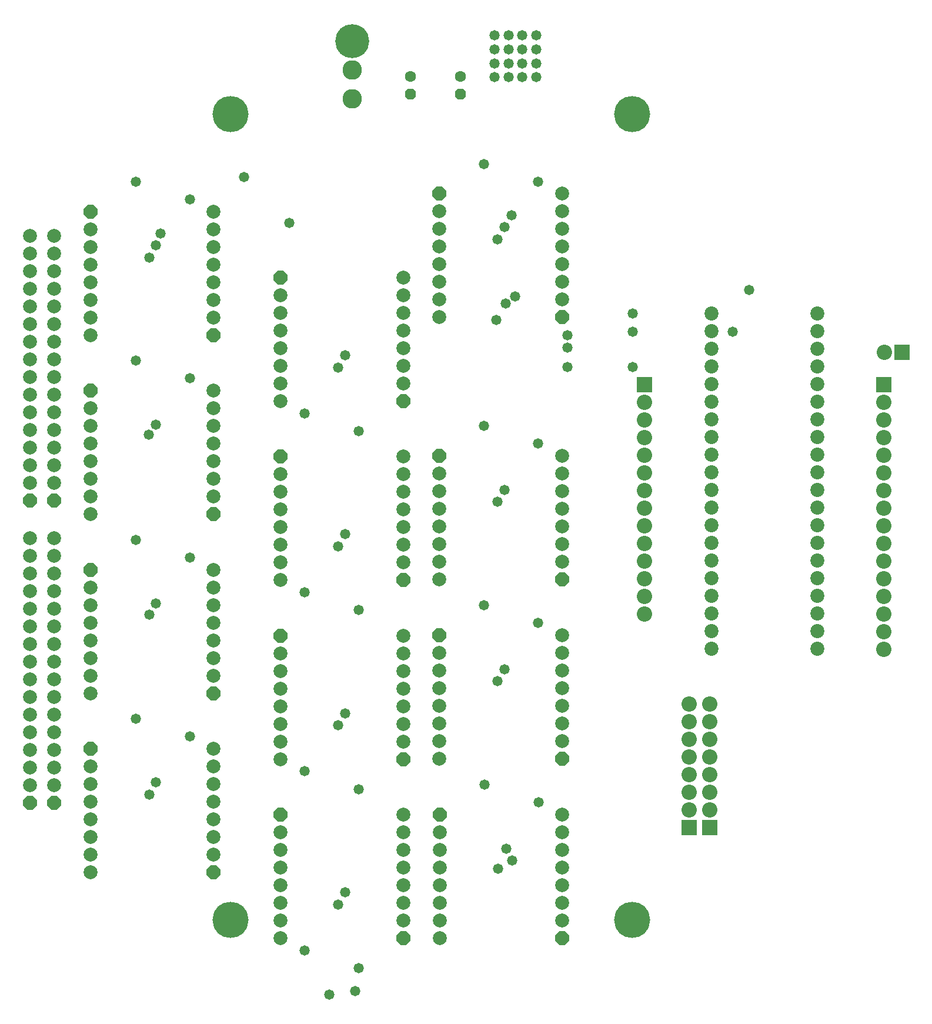
<source format=gbs>
G04 Layer_Color=16711935*
%FSLAX44Y44*%
%MOMM*%
G71*
G01*
G75*
%ADD44C,2.8032*%
%ADD45C,1.6032*%
%ADD46P,1.7353X8X112.5*%
%ADD47C,2.2032*%
%ADD48R,2.2032X2.2032*%
%ADD49C,2.0032*%
%ADD50P,2.1683X8X112.5*%
%ADD51C,2.0232*%
%ADD52R,2.2032X2.2032*%
%ADD53C,4.8832*%
%ADD54C,1.4732*%
%ADD55C,5.2032*%
D44*
X-114250Y643500D02*
D03*
Y602100D02*
D03*
D45*
X-30450Y634100D02*
D03*
X42050D02*
D03*
D46*
X-30450Y609100D02*
D03*
X42050D02*
D03*
D47*
X401000Y-269000D02*
D03*
Y-319800D02*
D03*
Y-396000D02*
D03*
Y-421400D02*
D03*
Y-370600D02*
D03*
Y-345200D02*
D03*
Y-294400D02*
D03*
X370600Y-268950D02*
D03*
Y-319750D02*
D03*
Y-395950D02*
D03*
Y-421350D02*
D03*
Y-370550D02*
D03*
Y-345150D02*
D03*
Y-294350D02*
D03*
X651500Y-88400D02*
D03*
Y-63000D02*
D03*
Y38600D02*
D03*
Y89400D02*
D03*
Y114800D02*
D03*
Y165600D02*
D03*
Y140200D02*
D03*
Y64000D02*
D03*
Y13200D02*
D03*
Y-37600D02*
D03*
Y-12200D02*
D03*
Y-113800D02*
D03*
Y-139200D02*
D03*
Y-164600D02*
D03*
Y-190000D02*
D03*
X652100Y237000D02*
D03*
X306500Y-138950D02*
D03*
Y-113550D02*
D03*
Y-11950D02*
D03*
Y-37350D02*
D03*
Y13450D02*
D03*
Y64250D02*
D03*
Y140450D02*
D03*
Y165850D02*
D03*
Y115050D02*
D03*
Y89650D02*
D03*
Y38850D02*
D03*
Y-62750D02*
D03*
Y-88150D02*
D03*
D48*
X401000Y-446800D02*
D03*
X370600Y-446750D02*
D03*
X651500Y191000D02*
D03*
X306500Y191250D02*
D03*
D49*
X-314000Y-333200D02*
D03*
Y-358600D02*
D03*
Y-409400D02*
D03*
Y-485600D02*
D03*
Y-460200D02*
D03*
Y-434800D02*
D03*
Y-384000D02*
D03*
X-217200Y167200D02*
D03*
Y192600D02*
D03*
Y243400D02*
D03*
Y319600D02*
D03*
Y294200D02*
D03*
Y268800D02*
D03*
Y218000D02*
D03*
X188350Y-427800D02*
D03*
Y-453200D02*
D03*
Y-504000D02*
D03*
Y-580200D02*
D03*
Y-554800D02*
D03*
Y-529400D02*
D03*
Y-478600D02*
D03*
X-490700Y-511000D02*
D03*
Y-485600D02*
D03*
Y-434800D02*
D03*
Y-358600D02*
D03*
Y-384000D02*
D03*
Y-409400D02*
D03*
Y-460200D02*
D03*
X-40500Y345000D02*
D03*
Y319600D02*
D03*
Y268800D02*
D03*
Y192600D02*
D03*
Y218000D02*
D03*
Y243400D02*
D03*
Y294200D02*
D03*
X11650Y-605600D02*
D03*
Y-580200D02*
D03*
Y-529400D02*
D03*
Y-453200D02*
D03*
Y-478600D02*
D03*
Y-504000D02*
D03*
Y-554800D02*
D03*
X-314000Y-75500D02*
D03*
Y-100900D02*
D03*
Y-151700D02*
D03*
Y-227900D02*
D03*
Y-202500D02*
D03*
Y-177100D02*
D03*
Y-126300D02*
D03*
X-217200Y-90500D02*
D03*
Y-65100D02*
D03*
Y-14300D02*
D03*
Y61900D02*
D03*
Y36500D02*
D03*
Y11100D02*
D03*
Y-39700D02*
D03*
X187700Y-170000D02*
D03*
Y-195400D02*
D03*
Y-246200D02*
D03*
Y-322400D02*
D03*
Y-297000D02*
D03*
Y-271600D02*
D03*
Y-220800D02*
D03*
X-490700Y-253300D02*
D03*
Y-227900D02*
D03*
Y-177100D02*
D03*
Y-100900D02*
D03*
Y-126300D02*
D03*
Y-151700D02*
D03*
Y-202500D02*
D03*
X-40500Y87300D02*
D03*
Y61900D02*
D03*
Y11100D02*
D03*
Y-65100D02*
D03*
Y-39700D02*
D03*
Y-14300D02*
D03*
Y36500D02*
D03*
X11000Y-347800D02*
D03*
Y-322400D02*
D03*
Y-271600D02*
D03*
Y-195400D02*
D03*
Y-220800D02*
D03*
Y-246200D02*
D03*
Y-297000D02*
D03*
X-314000Y182200D02*
D03*
Y156800D02*
D03*
Y106000D02*
D03*
Y29800D02*
D03*
Y55200D02*
D03*
Y80600D02*
D03*
Y131400D02*
D03*
X-217200Y-348200D02*
D03*
Y-322800D02*
D03*
Y-272000D02*
D03*
Y-195800D02*
D03*
Y-221200D02*
D03*
Y-246600D02*
D03*
Y-297400D02*
D03*
X187750Y88200D02*
D03*
Y62800D02*
D03*
Y12000D02*
D03*
Y-64200D02*
D03*
Y-38800D02*
D03*
Y-13400D02*
D03*
Y37400D02*
D03*
X-490700Y4400D02*
D03*
Y29800D02*
D03*
Y80600D02*
D03*
Y156800D02*
D03*
Y131400D02*
D03*
Y106000D02*
D03*
Y55200D02*
D03*
X-40500Y-170400D02*
D03*
Y-195800D02*
D03*
Y-246600D02*
D03*
Y-322800D02*
D03*
Y-297400D02*
D03*
Y-272000D02*
D03*
Y-221200D02*
D03*
X11050Y-89600D02*
D03*
Y-64200D02*
D03*
Y-13400D02*
D03*
Y62800D02*
D03*
Y37400D02*
D03*
Y12000D02*
D03*
Y-38800D02*
D03*
X-314000Y439900D02*
D03*
Y414500D02*
D03*
Y363700D02*
D03*
Y287500D02*
D03*
Y312900D02*
D03*
Y338300D02*
D03*
Y389100D02*
D03*
X-217200Y-605900D02*
D03*
Y-580500D02*
D03*
Y-529700D02*
D03*
Y-453500D02*
D03*
Y-478900D02*
D03*
Y-504300D02*
D03*
Y-555100D02*
D03*
X188000Y466100D02*
D03*
Y440700D02*
D03*
Y389900D02*
D03*
Y313700D02*
D03*
Y339100D02*
D03*
Y364500D02*
D03*
Y415300D02*
D03*
X-490700Y262100D02*
D03*
Y287500D02*
D03*
Y338300D02*
D03*
Y414500D02*
D03*
Y389100D02*
D03*
Y363700D02*
D03*
Y312900D02*
D03*
X-40500Y-428100D02*
D03*
Y-453500D02*
D03*
Y-504300D02*
D03*
Y-580500D02*
D03*
Y-555100D02*
D03*
Y-529700D02*
D03*
Y-478900D02*
D03*
X11300Y288300D02*
D03*
Y313700D02*
D03*
Y364500D02*
D03*
Y440700D02*
D03*
Y415300D02*
D03*
Y389900D02*
D03*
Y339100D02*
D03*
X-578500Y-30000D02*
D03*
Y-55400D02*
D03*
Y-80800D02*
D03*
Y-106200D02*
D03*
Y-131600D02*
D03*
Y-157000D02*
D03*
Y-385600D02*
D03*
Y-360200D02*
D03*
Y-334800D02*
D03*
Y-309400D02*
D03*
Y-284000D02*
D03*
Y-258600D02*
D03*
Y-233200D02*
D03*
Y-207800D02*
D03*
Y-182400D02*
D03*
X-543500Y-30000D02*
D03*
Y-55400D02*
D03*
Y-80800D02*
D03*
Y-106200D02*
D03*
Y-131600D02*
D03*
Y-157000D02*
D03*
Y-385600D02*
D03*
Y-360200D02*
D03*
Y-334800D02*
D03*
Y-309400D02*
D03*
Y-284000D02*
D03*
Y-258600D02*
D03*
Y-233200D02*
D03*
Y-207800D02*
D03*
Y-182400D02*
D03*
Y405000D02*
D03*
Y379600D02*
D03*
Y354200D02*
D03*
Y328800D02*
D03*
Y303400D02*
D03*
Y278000D02*
D03*
Y49400D02*
D03*
Y74800D02*
D03*
Y100200D02*
D03*
Y125600D02*
D03*
Y151000D02*
D03*
Y176400D02*
D03*
Y201800D02*
D03*
Y227200D02*
D03*
Y252600D02*
D03*
X-578500Y405000D02*
D03*
Y379600D02*
D03*
Y354200D02*
D03*
Y328800D02*
D03*
Y303400D02*
D03*
Y278000D02*
D03*
Y49400D02*
D03*
Y74800D02*
D03*
Y100200D02*
D03*
Y125600D02*
D03*
Y151000D02*
D03*
Y176400D02*
D03*
Y201800D02*
D03*
Y227200D02*
D03*
Y252600D02*
D03*
D50*
X-314000Y-511000D02*
D03*
X-217200Y345000D02*
D03*
X188350Y-605600D02*
D03*
X-490700Y-333200D02*
D03*
X-40500Y167200D02*
D03*
X11650Y-427800D02*
D03*
X-314000Y-253300D02*
D03*
X-217200Y87300D02*
D03*
X187700Y-347800D02*
D03*
X-490700Y-75500D02*
D03*
X-40500Y-90500D02*
D03*
X11000Y-170000D02*
D03*
X-314000Y4400D02*
D03*
X-217200Y-170400D02*
D03*
X187750Y-89600D02*
D03*
X-490700Y182200D02*
D03*
X-40500Y-348200D02*
D03*
X11050Y88200D02*
D03*
X-314000Y262100D02*
D03*
X-217200Y-428100D02*
D03*
X188000Y288300D02*
D03*
X-490700Y439900D02*
D03*
X-40500Y-605900D02*
D03*
X11300Y466100D02*
D03*
X-578500Y-411000D02*
D03*
X-543500D02*
D03*
Y24000D02*
D03*
X-578500D02*
D03*
D51*
X555250Y-189500D02*
D03*
Y-164100D02*
D03*
Y-138700D02*
D03*
Y-113300D02*
D03*
Y-87900D02*
D03*
Y-62500D02*
D03*
Y-37100D02*
D03*
Y-11700D02*
D03*
Y13700D02*
D03*
Y293100D02*
D03*
Y267700D02*
D03*
Y242300D02*
D03*
Y216900D02*
D03*
Y191500D02*
D03*
Y166100D02*
D03*
Y140700D02*
D03*
Y115300D02*
D03*
Y89900D02*
D03*
Y64500D02*
D03*
Y39100D02*
D03*
X402850Y-189500D02*
D03*
Y-164100D02*
D03*
Y-138700D02*
D03*
Y-113300D02*
D03*
Y-87900D02*
D03*
Y-62500D02*
D03*
Y-37100D02*
D03*
Y-11700D02*
D03*
Y13700D02*
D03*
Y293100D02*
D03*
Y267700D02*
D03*
Y242300D02*
D03*
Y216900D02*
D03*
Y191500D02*
D03*
Y166100D02*
D03*
Y140700D02*
D03*
Y115300D02*
D03*
Y89900D02*
D03*
Y64500D02*
D03*
Y39100D02*
D03*
D52*
X677500Y237000D02*
D03*
D53*
X-114250Y685500D02*
D03*
D54*
X130750Y633500D02*
D03*
X-270000Y490000D02*
D03*
X-406600Y-140000D02*
D03*
X-406710Y118770D02*
D03*
X-406600Y373800D02*
D03*
X-205000Y424000D02*
D03*
X196000Y216000D02*
D03*
Y244000D02*
D03*
X93000Y284000D02*
D03*
X107000Y308000D02*
D03*
X-147000Y-687000D02*
D03*
X-110000Y-682000D02*
D03*
X95640Y-505856D02*
D03*
X-390100Y408300D02*
D03*
X116000Y-494000D02*
D03*
X105150Y39600D02*
D03*
X95150Y22100D02*
D03*
X153660Y105803D02*
D03*
X-396600Y133600D02*
D03*
X-105110Y124097D02*
D03*
X-124600Y233300D02*
D03*
X-406600Y-399300D02*
D03*
X-396600Y-381800D02*
D03*
Y-124100D02*
D03*
Y391300D02*
D03*
X-124600Y-539800D02*
D03*
Y-282100D02*
D03*
X-134600Y-299600D02*
D03*
X-124600Y-24400D02*
D03*
X-134600Y-41900D02*
D03*
Y215800D02*
D03*
X107500Y-477499D02*
D03*
X105100Y-218600D02*
D03*
X95100Y-236100D02*
D03*
X75660Y131303D02*
D03*
X-183110Y-365803D02*
D03*
X-348090Y199803D02*
D03*
X-183110Y-623503D02*
D03*
X-348090Y457503D02*
D03*
X-183110Y-108103D02*
D03*
X-348090Y-57897D02*
D03*
X154260Y-410197D02*
D03*
X-183110Y149597D02*
D03*
X-348090Y-315597D02*
D03*
X153610Y-152397D02*
D03*
X-105110Y-391303D02*
D03*
X-426090Y225303D02*
D03*
X-105110Y-649003D02*
D03*
X-426090Y483003D02*
D03*
X-105110Y-133603D02*
D03*
X-426090Y-32397D02*
D03*
X76260Y-384697D02*
D03*
X-426090Y-290097D02*
D03*
X75610Y-126897D02*
D03*
X95400Y400000D02*
D03*
X457250Y327000D02*
D03*
X90750Y633500D02*
D03*
X110750D02*
D03*
X90750Y653500D02*
D03*
X130750Y673500D02*
D03*
Y693500D02*
D03*
X150750D02*
D03*
Y673500D02*
D03*
X130750Y653500D02*
D03*
X150750Y633500D02*
D03*
Y653500D02*
D03*
X110750D02*
D03*
Y673500D02*
D03*
Y693500D02*
D03*
X90750D02*
D03*
Y673500D02*
D03*
X105400Y417500D02*
D03*
X115400Y435000D02*
D03*
X153400Y483200D02*
D03*
X75900Y508200D02*
D03*
X-134600Y-557300D02*
D03*
X196000Y262000D02*
D03*
X120000Y318000D02*
D03*
X290000Y216000D02*
D03*
Y267000D02*
D03*
Y293000D02*
D03*
X434000Y267100D02*
D03*
D55*
X-289000Y580000D02*
D03*
X289000D02*
D03*
X-289000Y-580000D02*
D03*
X289000D02*
D03*
M02*

</source>
